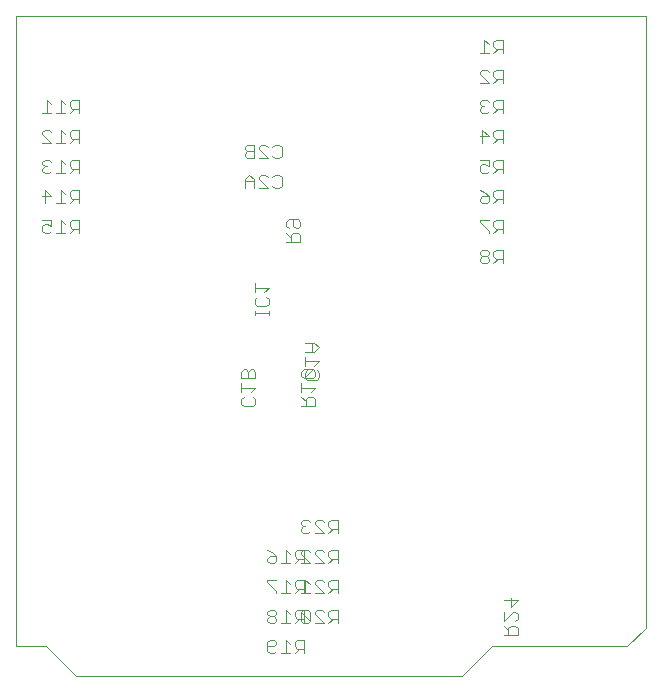
<source format=gbo>
G75*
%MOIN*%
%OFA0B0*%
%FSLAX24Y24*%
%IPPOS*%
%LPD*%
%AMOC8*
5,1,8,0,0,1.08239X$1,22.5*
%
%ADD10C,0.0000*%
%ADD11C,0.0040*%
D10*
X000175Y002125D02*
X000175Y023125D01*
X021175Y023125D01*
X021175Y002750D01*
X020550Y002125D01*
X016050Y002125D01*
X015050Y001125D01*
X002175Y001125D01*
X001175Y002125D01*
X000175Y002125D01*
D11*
X007772Y010139D02*
X007695Y010216D01*
X007695Y010369D01*
X007772Y010446D01*
X007695Y010599D02*
X007695Y010906D01*
X007695Y010753D02*
X008155Y010753D01*
X008002Y010599D01*
X008079Y010446D02*
X008155Y010369D01*
X008155Y010216D01*
X008079Y010139D01*
X007772Y010139D01*
X007695Y011060D02*
X007695Y011290D01*
X007772Y011367D01*
X007848Y011367D01*
X007925Y011290D01*
X007925Y011060D01*
X007925Y011290D02*
X008002Y011367D01*
X008079Y011367D01*
X008155Y011290D01*
X008155Y011060D01*
X007695Y011060D01*
X008145Y013167D02*
X008145Y013321D01*
X008145Y013244D02*
X008605Y013244D01*
X008605Y013167D02*
X008605Y013321D01*
X008529Y013474D02*
X008605Y013551D01*
X008605Y013704D01*
X008529Y013781D01*
X008452Y013935D02*
X008605Y014088D01*
X008145Y014088D01*
X008145Y013935D02*
X008145Y014242D01*
X008222Y013781D02*
X008145Y013704D01*
X008145Y013551D01*
X008222Y013474D01*
X008529Y013474D01*
X009820Y012248D02*
X010127Y012248D01*
X010280Y012094D01*
X010127Y011941D01*
X009820Y011941D01*
X009820Y011787D02*
X009820Y011480D01*
X009772Y011367D02*
X009695Y011290D01*
X009695Y011136D01*
X009772Y011060D01*
X010079Y011367D01*
X009772Y011367D01*
X009820Y011250D02*
X009897Y011327D01*
X009820Y011250D02*
X009820Y011097D01*
X009897Y011020D01*
X010204Y011020D01*
X010280Y011097D01*
X010280Y011250D01*
X010204Y011327D01*
X010155Y011290D02*
X010079Y011367D01*
X010155Y011290D02*
X010155Y011136D01*
X010079Y011060D01*
X009772Y011060D01*
X009695Y010906D02*
X009695Y010599D01*
X009695Y010446D02*
X009848Y010292D01*
X009848Y010369D02*
X009848Y010139D01*
X009695Y010139D02*
X010155Y010139D01*
X010155Y010369D01*
X010079Y010446D01*
X009925Y010446D01*
X009848Y010369D01*
X010002Y010599D02*
X010155Y010753D01*
X009695Y010753D01*
X010127Y011480D02*
X010280Y011634D01*
X009820Y011634D01*
X010050Y011941D02*
X010050Y012248D01*
X009655Y015599D02*
X009195Y015599D01*
X009348Y015599D02*
X009348Y015829D01*
X009425Y015906D01*
X009579Y015906D01*
X009655Y015829D01*
X009655Y015599D01*
X009579Y016060D02*
X009502Y016060D01*
X009425Y016136D01*
X009425Y016367D01*
X009272Y016367D02*
X009579Y016367D01*
X009655Y016290D01*
X009655Y016136D01*
X009579Y016060D01*
X009272Y016060D02*
X009195Y016136D01*
X009195Y016290D01*
X009272Y016367D01*
X009195Y015906D02*
X009348Y015753D01*
X008959Y017395D02*
X008806Y017395D01*
X008729Y017472D01*
X008576Y017395D02*
X008269Y017702D01*
X008269Y017779D01*
X008346Y017855D01*
X008499Y017855D01*
X008576Y017779D01*
X008729Y017779D02*
X008806Y017855D01*
X008959Y017855D01*
X009036Y017779D01*
X009036Y017472D01*
X008959Y017395D01*
X008576Y017395D02*
X008269Y017395D01*
X008115Y017395D02*
X008115Y017702D01*
X007962Y017855D01*
X007808Y017702D01*
X007808Y017395D01*
X007808Y017625D02*
X008115Y017625D01*
X008115Y018395D02*
X007885Y018395D01*
X007808Y018472D01*
X007808Y018548D01*
X007885Y018625D01*
X008115Y018625D01*
X008269Y018702D02*
X008269Y018779D01*
X008346Y018855D01*
X008499Y018855D01*
X008576Y018779D01*
X008729Y018779D02*
X008806Y018855D01*
X008959Y018855D01*
X009036Y018779D01*
X009036Y018472D01*
X008959Y018395D01*
X008806Y018395D01*
X008729Y018472D01*
X008576Y018395D02*
X008269Y018702D01*
X008115Y018855D02*
X008115Y018395D01*
X008269Y018395D02*
X008576Y018395D01*
X008115Y018855D02*
X007885Y018855D01*
X007808Y018779D01*
X007808Y018702D01*
X007885Y018625D01*
X002286Y018355D02*
X002286Y017895D01*
X002286Y018048D02*
X002056Y018048D01*
X001979Y018125D01*
X001979Y018279D01*
X002056Y018355D01*
X002286Y018355D01*
X002133Y018048D02*
X001979Y017895D01*
X001826Y017895D02*
X001519Y017895D01*
X001672Y017895D02*
X001672Y018355D01*
X001826Y018202D01*
X001365Y018279D02*
X001289Y018355D01*
X001135Y018355D01*
X001058Y018279D01*
X001058Y018202D01*
X001135Y018125D01*
X001058Y018048D01*
X001058Y017972D01*
X001135Y017895D01*
X001289Y017895D01*
X001365Y017972D01*
X001212Y018125D02*
X001135Y018125D01*
X001135Y017355D02*
X001365Y017125D01*
X001058Y017125D01*
X001135Y016895D02*
X001135Y017355D01*
X001672Y017355D02*
X001672Y016895D01*
X001519Y016895D02*
X001826Y016895D01*
X001979Y016895D02*
X002133Y017048D01*
X002056Y017048D02*
X002286Y017048D01*
X002286Y016895D02*
X002286Y017355D01*
X002056Y017355D01*
X001979Y017279D01*
X001979Y017125D01*
X002056Y017048D01*
X001826Y017202D02*
X001672Y017355D01*
X001672Y016355D02*
X001672Y015895D01*
X001519Y015895D02*
X001826Y015895D01*
X001979Y015895D02*
X002133Y016048D01*
X002056Y016048D02*
X002286Y016048D01*
X002286Y015895D02*
X002286Y016355D01*
X002056Y016355D01*
X001979Y016279D01*
X001979Y016125D01*
X002056Y016048D01*
X001826Y016202D02*
X001672Y016355D01*
X001365Y016355D02*
X001365Y016125D01*
X001212Y016202D01*
X001135Y016202D01*
X001058Y016125D01*
X001058Y015972D01*
X001135Y015895D01*
X001289Y015895D01*
X001365Y015972D01*
X001365Y016355D02*
X001058Y016355D01*
X001058Y018895D02*
X001365Y018895D01*
X001058Y019202D01*
X001058Y019279D01*
X001135Y019355D01*
X001289Y019355D01*
X001365Y019279D01*
X001672Y019355D02*
X001672Y018895D01*
X001519Y018895D02*
X001826Y018895D01*
X001979Y018895D02*
X002133Y019048D01*
X002056Y019048D02*
X002286Y019048D01*
X002286Y018895D02*
X002286Y019355D01*
X002056Y019355D01*
X001979Y019279D01*
X001979Y019125D01*
X002056Y019048D01*
X001826Y019202D02*
X001672Y019355D01*
X001672Y019895D02*
X001672Y020355D01*
X001826Y020202D01*
X001979Y020279D02*
X001979Y020125D01*
X002056Y020048D01*
X002286Y020048D01*
X002286Y019895D02*
X002286Y020355D01*
X002056Y020355D01*
X001979Y020279D01*
X002133Y020048D02*
X001979Y019895D01*
X001826Y019895D02*
X001519Y019895D01*
X001365Y019895D02*
X001058Y019895D01*
X001212Y019895D02*
X001212Y020355D01*
X001365Y020202D01*
X009754Y006355D02*
X009677Y006279D01*
X009677Y006202D01*
X009754Y006125D01*
X009677Y006048D01*
X009677Y005972D01*
X009754Y005895D01*
X009907Y005895D01*
X009984Y005972D01*
X010138Y005895D02*
X010445Y005895D01*
X010138Y006202D01*
X010138Y006279D01*
X010214Y006355D01*
X010368Y006355D01*
X010445Y006279D01*
X010598Y006279D02*
X010598Y006125D01*
X010675Y006048D01*
X010905Y006048D01*
X010905Y005895D02*
X010905Y006355D01*
X010675Y006355D01*
X010598Y006279D01*
X010752Y006048D02*
X010598Y005895D01*
X010675Y005355D02*
X010598Y005279D01*
X010598Y005125D01*
X010675Y005048D01*
X010905Y005048D01*
X010905Y004895D02*
X010905Y005355D01*
X010675Y005355D01*
X010752Y005048D02*
X010598Y004895D01*
X010445Y004895D02*
X010138Y005202D01*
X010138Y005279D01*
X010214Y005355D01*
X010368Y005355D01*
X010445Y005279D01*
X010445Y004895D02*
X010138Y004895D01*
X009984Y004895D02*
X009677Y005202D01*
X009677Y005279D01*
X009754Y005355D01*
X009907Y005355D01*
X009984Y005279D01*
X009786Y005355D02*
X009786Y004895D01*
X009677Y004895D02*
X009984Y004895D01*
X009786Y005048D02*
X009556Y005048D01*
X009479Y005125D01*
X009479Y005279D01*
X009556Y005355D01*
X009786Y005355D01*
X009633Y005048D02*
X009479Y004895D01*
X009326Y004895D02*
X009019Y004895D01*
X009172Y004895D02*
X009172Y005355D01*
X009326Y005202D01*
X008865Y005125D02*
X008865Y004972D01*
X008789Y004895D01*
X008635Y004895D01*
X008558Y004972D01*
X008558Y005048D01*
X008635Y005125D01*
X008865Y005125D01*
X008712Y005279D01*
X008558Y005355D01*
X008558Y004355D02*
X008558Y004279D01*
X008865Y003972D01*
X008865Y003895D01*
X009019Y003895D02*
X009326Y003895D01*
X009479Y003895D02*
X009633Y004048D01*
X009556Y004048D02*
X009786Y004048D01*
X009786Y003895D02*
X009786Y004355D01*
X009556Y004355D01*
X009479Y004279D01*
X009479Y004125D01*
X009556Y004048D01*
X009677Y003895D02*
X009984Y003895D01*
X009831Y003895D02*
X009831Y004355D01*
X009984Y004202D01*
X010138Y004202D02*
X010138Y004279D01*
X010214Y004355D01*
X010368Y004355D01*
X010445Y004279D01*
X010598Y004279D02*
X010598Y004125D01*
X010675Y004048D01*
X010905Y004048D01*
X010905Y003895D02*
X010905Y004355D01*
X010675Y004355D01*
X010598Y004279D01*
X010752Y004048D02*
X010598Y003895D01*
X010445Y003895D02*
X010138Y004202D01*
X010138Y003895D02*
X010445Y003895D01*
X010368Y003355D02*
X010214Y003355D01*
X010138Y003279D01*
X010138Y003202D01*
X010445Y002895D01*
X010138Y002895D01*
X009984Y002972D02*
X009677Y003279D01*
X009677Y002972D01*
X009754Y002895D01*
X009907Y002895D01*
X009984Y002972D01*
X009984Y003279D01*
X009907Y003355D01*
X009754Y003355D01*
X009677Y003279D01*
X009786Y003355D02*
X009556Y003355D01*
X009479Y003279D01*
X009479Y003125D01*
X009556Y003048D01*
X009786Y003048D01*
X009786Y002895D02*
X009786Y003355D01*
X009633Y003048D02*
X009479Y002895D01*
X009326Y002895D02*
X009019Y002895D01*
X009172Y002895D02*
X009172Y003355D01*
X009326Y003202D01*
X008865Y003202D02*
X008865Y003279D01*
X008789Y003355D01*
X008635Y003355D01*
X008558Y003279D01*
X008558Y003202D01*
X008635Y003125D01*
X008789Y003125D01*
X008865Y003202D01*
X008789Y003125D02*
X008865Y003048D01*
X008865Y002972D01*
X008789Y002895D01*
X008635Y002895D01*
X008558Y002972D01*
X008558Y003048D01*
X008635Y003125D01*
X008635Y002355D02*
X008789Y002355D01*
X008865Y002279D01*
X008865Y002202D01*
X008789Y002125D01*
X008558Y002125D01*
X008558Y001972D02*
X008558Y002279D01*
X008635Y002355D01*
X008558Y001972D02*
X008635Y001895D01*
X008789Y001895D01*
X008865Y001972D01*
X009019Y001895D02*
X009326Y001895D01*
X009479Y001895D02*
X009633Y002048D01*
X009556Y002048D02*
X009786Y002048D01*
X009786Y001895D02*
X009786Y002355D01*
X009556Y002355D01*
X009479Y002279D01*
X009479Y002125D01*
X009556Y002048D01*
X009326Y002202D02*
X009172Y002355D01*
X009172Y001895D01*
X010445Y003279D02*
X010368Y003355D01*
X010598Y003279D02*
X010598Y003125D01*
X010675Y003048D01*
X010905Y003048D01*
X010905Y002895D02*
X010905Y003355D01*
X010675Y003355D01*
X010598Y003279D01*
X010752Y003048D02*
X010598Y002895D01*
X009326Y004202D02*
X009172Y004355D01*
X009172Y003895D01*
X008865Y004355D02*
X008558Y004355D01*
X009754Y006125D02*
X009831Y006125D01*
X009984Y006279D02*
X009907Y006355D01*
X009754Y006355D01*
X015714Y014895D02*
X015868Y014895D01*
X015945Y014972D01*
X015945Y015048D01*
X015868Y015125D01*
X015714Y015125D01*
X015638Y015048D01*
X015638Y014972D01*
X015714Y014895D01*
X015714Y015125D02*
X015638Y015202D01*
X015638Y015279D01*
X015714Y015355D01*
X015868Y015355D01*
X015945Y015279D01*
X015945Y015202D01*
X015868Y015125D01*
X016098Y015125D02*
X016098Y015279D01*
X016175Y015355D01*
X016405Y015355D01*
X016405Y014895D01*
X016405Y015048D02*
X016175Y015048D01*
X016098Y015125D01*
X016252Y015048D02*
X016098Y014895D01*
X016098Y015895D02*
X016252Y016048D01*
X016175Y016048D02*
X016405Y016048D01*
X016405Y015895D02*
X016405Y016355D01*
X016175Y016355D01*
X016098Y016279D01*
X016098Y016125D01*
X016175Y016048D01*
X015945Y015972D02*
X015945Y015895D01*
X015945Y015972D02*
X015638Y016279D01*
X015638Y016355D01*
X015945Y016355D01*
X015868Y016895D02*
X015714Y016895D01*
X015638Y016972D01*
X015638Y017048D01*
X015714Y017125D01*
X015945Y017125D01*
X015945Y016972D01*
X015868Y016895D01*
X016098Y016895D02*
X016252Y017048D01*
X016175Y017048D02*
X016405Y017048D01*
X016405Y016895D02*
X016405Y017355D01*
X016175Y017355D01*
X016098Y017279D01*
X016098Y017125D01*
X016175Y017048D01*
X015945Y017125D02*
X015791Y017279D01*
X015638Y017355D01*
X015714Y017895D02*
X015868Y017895D01*
X015945Y017972D01*
X015945Y018125D02*
X015791Y018202D01*
X015714Y018202D01*
X015638Y018125D01*
X015638Y017972D01*
X015714Y017895D01*
X015945Y018125D02*
X015945Y018355D01*
X015638Y018355D01*
X016098Y018279D02*
X016098Y018125D01*
X016175Y018048D01*
X016405Y018048D01*
X016405Y017895D02*
X016405Y018355D01*
X016175Y018355D01*
X016098Y018279D01*
X016252Y018048D02*
X016098Y017895D01*
X016098Y018895D02*
X016252Y019048D01*
X016175Y019048D02*
X016405Y019048D01*
X016405Y018895D02*
X016405Y019355D01*
X016175Y019355D01*
X016098Y019279D01*
X016098Y019125D01*
X016175Y019048D01*
X015945Y019125D02*
X015638Y019125D01*
X015714Y018895D02*
X015714Y019355D01*
X015945Y019125D01*
X015868Y019895D02*
X015714Y019895D01*
X015638Y019972D01*
X015638Y020048D01*
X015714Y020125D01*
X015791Y020125D01*
X015714Y020125D02*
X015638Y020202D01*
X015638Y020279D01*
X015714Y020355D01*
X015868Y020355D01*
X015945Y020279D01*
X016098Y020279D02*
X016098Y020125D01*
X016175Y020048D01*
X016405Y020048D01*
X016405Y019895D02*
X016405Y020355D01*
X016175Y020355D01*
X016098Y020279D01*
X016252Y020048D02*
X016098Y019895D01*
X015945Y019972D02*
X015868Y019895D01*
X015945Y020895D02*
X015638Y020895D01*
X015945Y020895D02*
X015638Y021202D01*
X015638Y021279D01*
X015714Y021355D01*
X015868Y021355D01*
X015945Y021279D01*
X016098Y021279D02*
X016098Y021125D01*
X016175Y021048D01*
X016405Y021048D01*
X016405Y020895D02*
X016405Y021355D01*
X016175Y021355D01*
X016098Y021279D01*
X016252Y021048D02*
X016098Y020895D01*
X016098Y021895D02*
X016252Y022048D01*
X016175Y022048D02*
X016405Y022048D01*
X016405Y021895D02*
X016405Y022355D01*
X016175Y022355D01*
X016098Y022279D01*
X016098Y022125D01*
X016175Y022048D01*
X015945Y021895D02*
X015638Y021895D01*
X015791Y021895D02*
X015791Y022355D01*
X015945Y022202D01*
X016675Y003742D02*
X016675Y003435D01*
X016905Y003665D01*
X016445Y003665D01*
X016445Y003281D02*
X016445Y002974D01*
X016752Y003281D01*
X016829Y003281D01*
X016905Y003204D01*
X016905Y003051D01*
X016829Y002974D01*
X016829Y002821D02*
X016675Y002821D01*
X016598Y002744D01*
X016598Y002514D01*
X016445Y002514D02*
X016905Y002514D01*
X016905Y002744D01*
X016829Y002821D01*
X016598Y002667D02*
X016445Y002821D01*
M02*

</source>
